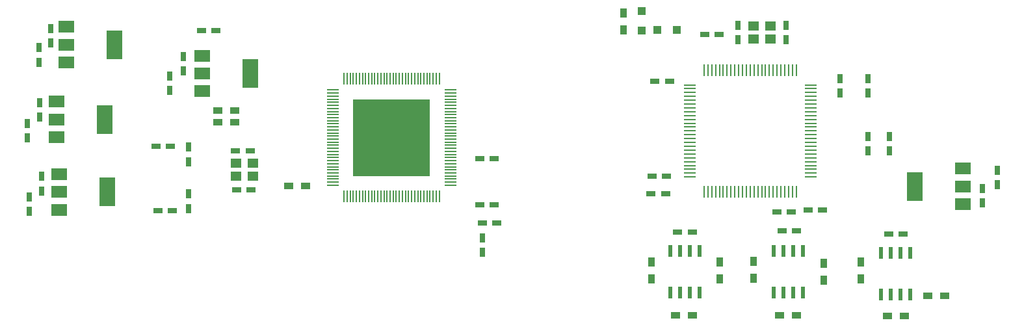
<source format=gbr>
G04 #@! TF.GenerationSoftware,KiCad,Pcbnew,(5.0.2)-1*
G04 #@! TF.CreationDate,2019-06-08T23:38:06+03:00*
G04 #@! TF.ProjectId,AVB switch with Can gateway,41564220-7377-4697-9463-682077697468,v01*
G04 #@! TF.SameCoordinates,Original*
G04 #@! TF.FileFunction,Paste,Top*
G04 #@! TF.FilePolarity,Positive*
%FSLAX46Y46*%
G04 Gerber Fmt 4.6, Leading zero omitted, Abs format (unit mm)*
G04 Created by KiCad (PCBNEW (5.0.2)-1) date 6/8/2019 11:38:06 PM*
%MOMM*%
%LPD*%
G01*
G04 APERTURE LIST*
%ADD10C,0.100000*%
%ADD11R,1.000000X1.000000*%
%ADD12R,0.750000X1.200000*%
%ADD13R,1.200000X0.750000*%
%ADD14R,1.400000X1.200000*%
%ADD15R,1.200000X0.900000*%
%ADD16R,2.000000X1.500000*%
%ADD17R,2.000000X3.800000*%
%ADD18R,0.280000X1.500000*%
%ADD19R,1.500000X0.280000*%
%ADD20R,0.900000X1.200000*%
%ADD21R,10.000000X10.000000*%
%ADD22R,0.240000X1.560000*%
%ADD23R,1.560000X0.240000*%
%ADD24R,0.600000X1.550000*%
G04 APERTURE END LIST*
D10*
G04 #@! TO.C,IC1*
G36*
X146337750Y-67662650D02*
X146337750Y-61337750D01*
X152662650Y-61337750D01*
X152662650Y-67662650D01*
X146337750Y-67662650D01*
G37*
G04 #@! TD*
D11*
G04 #@! TO.C,D4*
X182042000Y-50540000D03*
X182042000Y-48040000D03*
G04 #@! TD*
G04 #@! TO.C,D5*
X184094000Y-50474000D03*
X186594000Y-50474000D03*
G04 #@! TD*
D12*
G04 #@! TO.C,FB6*
X161330000Y-79470000D03*
X161330000Y-77570000D03*
G04 #@! TD*
D13*
G04 #@! TO.C,FB5*
X124704000Y-50560000D03*
X126604000Y-50560000D03*
G04 #@! TD*
G04 #@! TO.C,FB3*
X120710000Y-65590000D03*
X118810000Y-65590000D03*
G04 #@! TD*
D12*
G04 #@! TO.C,FB2*
X214300000Y-66242000D03*
X214300000Y-64342000D03*
G04 #@! TD*
G04 #@! TO.C,R1*
X211506000Y-64342000D03*
X211506000Y-66242000D03*
G04 #@! TD*
G04 #@! TO.C,C79*
X200820000Y-51780000D03*
X200820000Y-49880000D03*
G04 #@! TD*
G04 #@! TO.C,C80*
X194600000Y-51740000D03*
X194600000Y-49840000D03*
G04 #@! TD*
D13*
G04 #@! TO.C,FB4*
X120960000Y-73990000D03*
X119060000Y-73990000D03*
G04 #@! TD*
D14*
G04 #@! TO.C,Y2*
X196610000Y-49940000D03*
X198810000Y-49940000D03*
X198810000Y-51640000D03*
X196610000Y-51640000D03*
G04 #@! TD*
D15*
G04 #@! TO.C,R26*
X129040000Y-62498000D03*
X126840000Y-62498000D03*
G04 #@! TD*
G04 #@! TO.C,R27*
X126840000Y-60974000D03*
X129040000Y-60974000D03*
G04 #@! TD*
D12*
G04 #@! TO.C,C6*
X105060000Y-50290000D03*
X105060000Y-52190000D03*
G04 #@! TD*
G04 #@! TO.C,C78*
X122352000Y-55828000D03*
X122352000Y-53928000D03*
G04 #@! TD*
G04 #@! TO.C,C77*
X120574000Y-56468000D03*
X120574000Y-58368000D03*
G04 #@! TD*
G04 #@! TO.C,C76*
X103700000Y-61850000D03*
X103700000Y-59950000D03*
G04 #@! TD*
G04 #@! TO.C,C75*
X102050000Y-62670000D03*
X102050000Y-64570000D03*
G04 #@! TD*
G04 #@! TO.C,C5*
X102300000Y-74120000D03*
X102300000Y-72220000D03*
G04 #@! TD*
G04 #@! TO.C,C72*
X228350000Y-70640000D03*
X228350000Y-68740000D03*
G04 #@! TD*
G04 #@! TO.C,C71*
X103910000Y-71440000D03*
X103910000Y-69540000D03*
G04 #@! TD*
G04 #@! TO.C,C70*
X103600000Y-52780000D03*
X103600000Y-54680000D03*
G04 #@! TD*
G04 #@! TO.C,C69*
X226460000Y-71100000D03*
X226460000Y-73000000D03*
G04 #@! TD*
D16*
G04 #@! TO.C,U12*
X124790000Y-53848000D03*
X124790000Y-58448000D03*
X124790000Y-56148000D03*
D17*
X131090000Y-56148000D03*
G04 #@! TD*
G04 #@! TO.C,U10*
X113440000Y-52390000D03*
D16*
X107140000Y-52390000D03*
X107140000Y-54690000D03*
X107140000Y-50090000D03*
G04 #@! TD*
G04 #@! TO.C,U11*
X105850000Y-59820000D03*
X105850000Y-64420000D03*
X105850000Y-62120000D03*
D17*
X112150000Y-62120000D03*
G04 #@! TD*
D18*
G04 #@! TO.C,U4*
X202188000Y-55730000D03*
X201688000Y-55730000D03*
X201188000Y-55730000D03*
X200688000Y-55730000D03*
X200188000Y-55730000D03*
X199688000Y-55730000D03*
X199188000Y-55730000D03*
X198688000Y-55730000D03*
X198188000Y-55730000D03*
X197688000Y-55730000D03*
X197188000Y-55730000D03*
X196688000Y-55730000D03*
X196188000Y-55730000D03*
X195688000Y-55730000D03*
X195188000Y-55730000D03*
X194688000Y-55730000D03*
X194188000Y-55730000D03*
X193688000Y-55730000D03*
X193188000Y-55730000D03*
X192688000Y-55730000D03*
X192188000Y-55730000D03*
X191688000Y-55730000D03*
X191188000Y-55730000D03*
X190688000Y-55730000D03*
X190188000Y-55730000D03*
D19*
X188288000Y-57630000D03*
X188288000Y-58130000D03*
X188288000Y-58630000D03*
X188288000Y-59130000D03*
X188288000Y-59630000D03*
X188288000Y-60130000D03*
X188288000Y-60630000D03*
X188288000Y-61130000D03*
X188288000Y-61630000D03*
X188288000Y-62130000D03*
X188288000Y-62630000D03*
X188288000Y-63130000D03*
X188288000Y-63630000D03*
X188288000Y-64130000D03*
X188288000Y-64630000D03*
X188288000Y-65130000D03*
X188288000Y-65630000D03*
X188288000Y-66130000D03*
X188288000Y-66630000D03*
X188288000Y-67130000D03*
X188288000Y-67630000D03*
X188288000Y-68130000D03*
X188288000Y-68630000D03*
X188288000Y-69130000D03*
X188288000Y-69630000D03*
D18*
X190188000Y-71530000D03*
X190688000Y-71530000D03*
X191188000Y-71530000D03*
X191688000Y-71530000D03*
X192188000Y-71530000D03*
X192688000Y-71530000D03*
X193188000Y-71530000D03*
X193688000Y-71530000D03*
X194188000Y-71530000D03*
X194688000Y-71530000D03*
X195188000Y-71530000D03*
X195688000Y-71530000D03*
X196188000Y-71530000D03*
X196688000Y-71530000D03*
X197188000Y-71530000D03*
X197688000Y-71530000D03*
X198188000Y-71530000D03*
X198688000Y-71530000D03*
X199188000Y-71530000D03*
X199688000Y-71530000D03*
X200188000Y-71530000D03*
X200688000Y-71530000D03*
X201188000Y-71530000D03*
X201688000Y-71530000D03*
X202188000Y-71530000D03*
D19*
X204088000Y-69630000D03*
X204088000Y-69130000D03*
X204088000Y-68630000D03*
X204088000Y-68130000D03*
X204088000Y-67630000D03*
X204088000Y-67130000D03*
X204088000Y-66630000D03*
X204088000Y-66130000D03*
X204088000Y-65630000D03*
X204088000Y-65130000D03*
X204088000Y-64630000D03*
X204088000Y-64130000D03*
X204088000Y-63630000D03*
X204088000Y-63130000D03*
X204088000Y-62630000D03*
X204088000Y-62130000D03*
X204088000Y-61630000D03*
X204088000Y-61130000D03*
X204088000Y-60630000D03*
X204088000Y-60130000D03*
X204088000Y-59630000D03*
X204088000Y-59130000D03*
X204088000Y-58630000D03*
X204088000Y-58130000D03*
X204088000Y-57630000D03*
G04 #@! TD*
D14*
G04 #@! TO.C,Y1*
X129264000Y-67864000D03*
X131464000Y-67864000D03*
X131464000Y-69564000D03*
X129264000Y-69564000D03*
G04 #@! TD*
D20*
G04 #@! TO.C,R13*
X179704000Y-50454000D03*
X179704000Y-48254000D03*
G04 #@! TD*
D21*
G04 #@! TO.C,IC1*
X149500000Y-64500000D03*
D22*
X143300000Y-56820000D03*
X143700000Y-56820000D03*
X144100000Y-56820000D03*
X144500000Y-56820000D03*
X144900000Y-56820000D03*
X145300000Y-56820000D03*
X145700000Y-56820000D03*
X146100000Y-56820000D03*
X146500000Y-56820000D03*
X146900000Y-56820000D03*
X147300000Y-56820000D03*
X147700000Y-56820000D03*
X148100000Y-56820000D03*
X148500000Y-56820000D03*
X148900000Y-56820000D03*
X149300000Y-56820000D03*
X149700000Y-56820000D03*
X150100000Y-56820000D03*
X150500000Y-56820000D03*
X150900000Y-56820000D03*
X151300000Y-56820000D03*
X151700000Y-56820000D03*
X152100000Y-56820000D03*
X152500000Y-56820000D03*
X152900000Y-56820000D03*
X153300000Y-56820000D03*
X153700000Y-56820000D03*
X154100000Y-56820000D03*
X154500000Y-56820000D03*
X154900000Y-56820000D03*
X155300000Y-56820000D03*
X155700000Y-56820000D03*
X155700000Y-72180000D03*
X155300000Y-72180000D03*
X154900000Y-72180000D03*
X154500000Y-72180000D03*
X154100000Y-72180000D03*
X153700000Y-72180000D03*
X153300000Y-72180000D03*
X152900000Y-72180000D03*
X152500000Y-72180000D03*
X152100000Y-72180000D03*
X151700000Y-72180000D03*
X151300000Y-72180000D03*
X150900000Y-72180000D03*
X150500000Y-72180000D03*
X150100000Y-72180000D03*
X149700000Y-72180000D03*
X149300000Y-72180000D03*
X148900000Y-72180000D03*
X148500000Y-72180000D03*
X148100000Y-72180000D03*
X147700000Y-72180000D03*
X147300000Y-72180000D03*
X146900000Y-72180000D03*
X146500000Y-72180000D03*
X146100000Y-72180000D03*
X145700000Y-72180000D03*
X145300000Y-72180000D03*
X144900000Y-72180000D03*
X144500000Y-72180000D03*
X144100000Y-72180000D03*
X143700000Y-72180000D03*
X143300000Y-72180000D03*
D23*
X141820000Y-70700000D03*
X141820000Y-70300000D03*
X141820000Y-69900000D03*
X141820000Y-69500000D03*
X141820000Y-69100000D03*
X141820000Y-68700000D03*
X141820000Y-68300000D03*
X141820000Y-67900000D03*
X141820000Y-67500000D03*
X141820000Y-67100000D03*
X141820000Y-66700000D03*
X141820000Y-66300000D03*
X141820000Y-65900000D03*
X141820000Y-65500000D03*
X141820000Y-65100000D03*
X141820000Y-64700000D03*
X141820000Y-64300000D03*
X141820000Y-63900000D03*
X141820000Y-63500000D03*
X141820000Y-63100000D03*
X141820000Y-62700000D03*
X141820000Y-62300000D03*
X141820000Y-61900000D03*
X141820000Y-61500000D03*
X141820000Y-61100000D03*
X141820000Y-60700000D03*
X141820000Y-60300000D03*
X141820000Y-59900000D03*
X141820000Y-59500000D03*
X141820000Y-59100000D03*
X141820000Y-58700000D03*
X141820000Y-58300000D03*
X157180000Y-58300000D03*
X157180000Y-58700000D03*
X157180000Y-59100000D03*
X157180000Y-59500000D03*
X157180000Y-59900000D03*
X157180000Y-60300000D03*
X157180000Y-60700000D03*
X157180000Y-61100000D03*
X157180000Y-61500000D03*
X157180000Y-61900000D03*
X157180000Y-62300000D03*
X157180000Y-62700000D03*
X157180000Y-63100000D03*
X157180000Y-63500000D03*
X157180000Y-63900000D03*
X157180000Y-64300000D03*
X157180000Y-64700000D03*
X157180000Y-65100000D03*
X157180000Y-65500000D03*
X157180000Y-65900000D03*
X157180000Y-66300000D03*
X157180000Y-66700000D03*
X157180000Y-67100000D03*
X157180000Y-67500000D03*
X157180000Y-67900000D03*
X157180000Y-68300000D03*
X157180000Y-68700000D03*
X157180000Y-69100000D03*
X157180000Y-69500000D03*
X157180000Y-69900000D03*
X157180000Y-70300000D03*
X157180000Y-70700000D03*
G04 #@! TD*
D13*
G04 #@! TO.C,C16*
X183380000Y-69500000D03*
X185280000Y-69500000D03*
G04 #@! TD*
G04 #@! TO.C,C17*
X192136000Y-51068000D03*
X190236000Y-51068000D03*
G04 #@! TD*
G04 #@! TO.C,C18*
X201534000Y-74182000D03*
X199634000Y-74182000D03*
G04 #@! TD*
D12*
G04 #@! TO.C,C19*
X211500000Y-58700000D03*
X211500000Y-56800000D03*
G04 #@! TD*
D13*
G04 #@! TO.C,C20*
X183290000Y-71850000D03*
X185190000Y-71850000D03*
G04 #@! TD*
G04 #@! TO.C,C21*
X183770000Y-57130000D03*
X185670000Y-57130000D03*
G04 #@! TD*
G04 #@! TO.C,C22*
X205598000Y-73928000D03*
X203698000Y-73928000D03*
G04 #@! TD*
D12*
G04 #@! TO.C,C25*
X207900000Y-58700000D03*
X207900000Y-56800000D03*
G04 #@! TD*
D13*
G04 #@! TO.C,C26*
X200350000Y-76600000D03*
X202250000Y-76600000D03*
G04 #@! TD*
G04 #@! TO.C,C27*
X214200000Y-77100000D03*
X216100000Y-77100000D03*
G04 #@! TD*
G04 #@! TO.C,C28*
X186750000Y-76800000D03*
X188650000Y-76800000D03*
G04 #@! TD*
D12*
G04 #@! TO.C,C32*
X123070000Y-73740000D03*
X123070000Y-71840000D03*
G04 #@! TD*
G04 #@! TO.C,C42*
X123010000Y-65740000D03*
X123010000Y-67640000D03*
G04 #@! TD*
D13*
G04 #@! TO.C,C52*
X161300000Y-75660000D03*
X163200000Y-75660000D03*
G04 #@! TD*
G04 #@! TO.C,C55*
X160950000Y-73275000D03*
X162850000Y-73275000D03*
G04 #@! TD*
G04 #@! TO.C,C56*
X160950000Y-67200000D03*
X162850000Y-67200000D03*
G04 #@! TD*
G04 #@! TO.C,C66*
X131078000Y-66262000D03*
X129178000Y-66262000D03*
G04 #@! TD*
G04 #@! TO.C,C67*
X129310000Y-71342000D03*
X131210000Y-71342000D03*
G04 #@! TD*
D15*
G04 #@! TO.C,R3*
X136110000Y-70770000D03*
X138310000Y-70770000D03*
G04 #@! TD*
D20*
G04 #@! TO.C,R4*
X205800000Y-83100000D03*
X205800000Y-80900000D03*
G04 #@! TD*
D15*
G04 #@! TO.C,R5*
X219296000Y-85104000D03*
X221496000Y-85104000D03*
G04 #@! TD*
D20*
G04 #@! TO.C,R6*
X192200000Y-82900000D03*
X192200000Y-80700000D03*
G04 #@! TD*
G04 #@! TO.C,R7*
X196600000Y-82800000D03*
X196600000Y-80600000D03*
G04 #@! TD*
G04 #@! TO.C,R8*
X210600000Y-82900000D03*
X210600000Y-80700000D03*
G04 #@! TD*
G04 #@! TO.C,R9*
X183300000Y-82900000D03*
X183300000Y-80700000D03*
G04 #@! TD*
D24*
G04 #@! TO.C,U5*
X203073000Y-79258000D03*
X201803000Y-79258000D03*
X200533000Y-79258000D03*
X199263000Y-79258000D03*
X199263000Y-84658000D03*
X200533000Y-84658000D03*
X201803000Y-84658000D03*
X203073000Y-84658000D03*
G04 #@! TD*
G04 #@! TO.C,U6*
X217043000Y-79512000D03*
X215773000Y-79512000D03*
X214503000Y-79512000D03*
X213233000Y-79512000D03*
X213233000Y-84912000D03*
X214503000Y-84912000D03*
X215773000Y-84912000D03*
X217043000Y-84912000D03*
G04 #@! TD*
G04 #@! TO.C,U7*
X189611000Y-79258000D03*
X188341000Y-79258000D03*
X187071000Y-79258000D03*
X185801000Y-79258000D03*
X185801000Y-84658000D03*
X187071000Y-84658000D03*
X188341000Y-84658000D03*
X189611000Y-84658000D03*
G04 #@! TD*
D17*
G04 #@! TO.C,U1*
X217630000Y-70840000D03*
D16*
X223930000Y-70840000D03*
X223930000Y-68540000D03*
X223930000Y-73140000D03*
G04 #@! TD*
D17*
G04 #@! TO.C,U2*
X112490000Y-71590000D03*
D16*
X106190000Y-71590000D03*
X106190000Y-73890000D03*
X106190000Y-69290000D03*
G04 #@! TD*
D15*
G04 #@! TO.C,R10*
X200000000Y-87600000D03*
X202200000Y-87600000D03*
G04 #@! TD*
G04 #@! TO.C,R11*
X214100000Y-87700000D03*
X216300000Y-87700000D03*
G04 #@! TD*
G04 #@! TO.C,R12*
X186500000Y-87600000D03*
X188700000Y-87600000D03*
G04 #@! TD*
M02*

</source>
